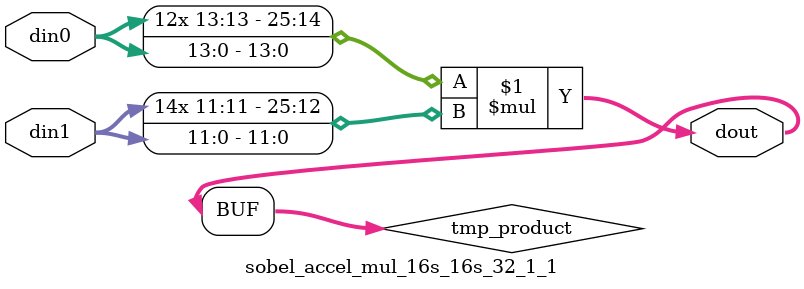
<source format=v>

`timescale 1 ns / 1 ps

  module sobel_accel_mul_16s_16s_32_1_1(din0, din1, dout);
parameter ID = 1;
parameter NUM_STAGE = 0;
parameter din0_WIDTH = 14;
parameter din1_WIDTH = 12;
parameter dout_WIDTH = 26;

input [din0_WIDTH - 1 : 0] din0; 
input [din1_WIDTH - 1 : 0] din1; 
output [dout_WIDTH - 1 : 0] dout;

wire signed [dout_WIDTH - 1 : 0] tmp_product;













assign tmp_product = $signed(din0) * $signed(din1);








assign dout = tmp_product;







endmodule

</source>
